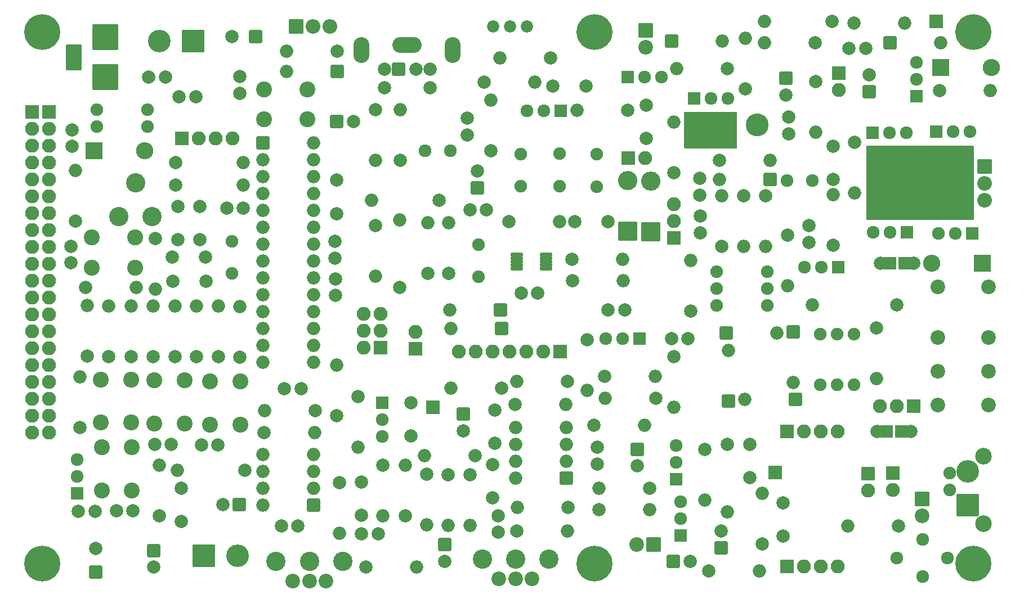
<source format=gbr>
%TF.GenerationSoftware,KiCad,Pcbnew,(6.0.11)*%
%TF.CreationDate,2023-03-05T13:43:02-06:00*%
%TF.ProjectId,RFBitBanger,52464269-7442-4616-9e67-65722e6b6963,rev?*%
%TF.SameCoordinates,Original*%
%TF.FileFunction,Soldermask,Top*%
%TF.FilePolarity,Negative*%
%FSLAX46Y46*%
G04 Gerber Fmt 4.6, Leading zero omitted, Abs format (unit mm)*
G04 Created by KiCad (PCBNEW (6.0.11)) date 2023-03-05 13:43:02*
%MOMM*%
%LPD*%
G01*
G04 APERTURE LIST*
G04 Aperture macros list*
%AMRoundRect*
0 Rectangle with rounded corners*
0 $1 Rounding radius*
0 $2 $3 $4 $5 $6 $7 $8 $9 X,Y pos of 4 corners*
0 Add a 4 corners polygon primitive as box body*
4,1,4,$2,$3,$4,$5,$6,$7,$8,$9,$2,$3,0*
0 Add four circle primitives for the rounded corners*
1,1,$1+$1,$2,$3*
1,1,$1+$1,$4,$5*
1,1,$1+$1,$6,$7*
1,1,$1+$1,$8,$9*
0 Add four rect primitives between the rounded corners*
20,1,$1+$1,$2,$3,$4,$5,0*
20,1,$1+$1,$4,$5,$6,$7,0*
20,1,$1+$1,$6,$7,$8,$9,0*
20,1,$1+$1,$8,$9,$2,$3,0*%
G04 Aperture macros list end*
%ADD10C,2.000000*%
%ADD11RoundRect,0.200000X0.762000X0.762000X-0.762000X0.762000X-0.762000X-0.762000X0.762000X-0.762000X0*%
%ADD12RoundRect,0.200000X-0.800000X-0.800000X0.800000X-0.800000X0.800000X0.800000X-0.800000X0.800000X0*%
%ADD13RoundRect,0.200000X0.800000X-0.800000X0.800000X0.800000X-0.800000X0.800000X-0.800000X-0.800000X0*%
%ADD14RoundRect,0.200000X0.800000X0.800000X-0.800000X0.800000X-0.800000X-0.800000X0.800000X-0.800000X0*%
%ADD15RoundRect,0.200000X-0.800000X0.800000X-0.800000X-0.800000X0.800000X-0.800000X0.800000X0.800000X0*%
%ADD16RoundRect,0.200000X-1.100000X-1.100000X1.100000X-1.100000X1.100000X1.100000X-1.100000X1.100000X0*%
%ADD17O,2.600000X2.600000*%
%ADD18O,2.000000X2.000000*%
%ADD19RoundRect,0.200000X0.900000X0.900000X-0.900000X0.900000X-0.900000X-0.900000X0.900000X-0.900000X0*%
%ADD20C,2.200000*%
%ADD21RoundRect,0.200000X1.250000X-1.250000X1.250000X1.250000X-1.250000X1.250000X-1.250000X-1.250000X0*%
%ADD22O,2.900000X2.900000*%
%ADD23RoundRect,0.200000X1.500000X1.500000X-1.500000X1.500000X-1.500000X-1.500000X1.500000X-1.500000X0*%
%ADD24C,3.400000*%
%ADD25RoundRect,0.200000X-1.750000X1.750000X-1.750000X-1.750000X1.750000X-1.750000X1.750000X1.750000X0*%
%ADD26RoundRect,0.200000X-1.000000X1.750000X-1.000000X-1.750000X1.000000X-1.750000X1.000000X1.750000X0*%
%ADD27RoundRect,0.200000X0.850000X-0.850000X0.850000X0.850000X-0.850000X0.850000X-0.850000X-0.850000X0*%
%ADD28O,2.100000X2.100000*%
%ADD29RoundRect,0.200000X-1.500000X-1.500000X1.500000X-1.500000X1.500000X1.500000X-1.500000X1.500000X0*%
%ADD30RoundRect,0.200000X0.760000X0.760000X-0.760000X0.760000X-0.760000X-0.760000X0.760000X-0.760000X0*%
%ADD31C,1.920000*%
%ADD32RoundRect,0.200000X-0.760000X0.760000X-0.760000X-0.760000X0.760000X-0.760000X0.760000X0.760000X0*%
%ADD33RoundRect,0.200000X0.760000X-0.760000X0.760000X0.760000X-0.760000X0.760000X-0.760000X-0.760000X0*%
%ADD34RoundRect,0.200000X-0.760000X-0.760000X0.760000X-0.760000X0.760000X0.760000X-0.760000X0.760000X0*%
%ADD35C,2.400000*%
%ADD36RoundRect,0.200000X-0.900000X-0.900000X0.900000X-0.900000X0.900000X0.900000X-0.900000X0.900000X0*%
%ADD37O,2.200000X2.200000*%
%ADD38C,1.900000*%
%ADD39RoundRect,0.200000X0.850000X0.850000X-0.850000X0.850000X-0.850000X-0.850000X0.850000X-0.850000X0*%
%ADD40C,2.900000*%
%ADD41RoundRect,0.200000X-0.850000X-0.850000X0.850000X-0.850000X0.850000X0.850000X-0.850000X0.850000X0*%
%ADD42RoundRect,0.200000X-0.700000X-0.150000X0.700000X-0.150000X0.700000X0.150000X-0.700000X0.150000X0*%
%ADD43C,2.500000*%
%ADD44RoundRect,0.200000X1.500000X-1.500000X1.500000X1.500000X-1.500000X1.500000X-1.500000X-1.500000X0*%
%ADD45C,1.924000*%
%ADD46RoundRect,0.200000X-0.900000X0.900000X-0.900000X-0.900000X0.900000X-0.900000X0.900000X0.900000X0*%
%ADD47RoundRect,0.200000X-0.850000X0.850000X-0.850000X-0.850000X0.850000X-0.850000X0.850000X0.850000X0*%
%ADD48O,2.400000X3.900000*%
%ADD49O,4.400000X2.400000*%
%ADD50C,3.448000*%
%ADD51C,1.840000*%
%ADD52C,5.400000*%
%ADD53RoundRect,0.200000X1.100000X1.100000X-1.100000X1.100000X-1.100000X-1.100000X1.100000X-1.100000X0*%
G04 APERTURE END LIST*
D10*
%TO.C,C26*%
X176080000Y-120620000D03*
D11*
X174680000Y-120620000D03*
D10*
X171080000Y-120620000D03*
D11*
X172480000Y-120620000D03*
%TD*%
D10*
%TO.C,C32*%
X176560000Y-95330000D03*
D11*
X175160000Y-95330000D03*
D10*
X171560000Y-95330000D03*
D11*
X172960000Y-95330000D03*
%TD*%
D10*
%TO.C,C1*%
X89570000Y-97680000D03*
X89570000Y-100180000D03*
%TD*%
%TO.C,C2*%
X75185000Y-67215000D03*
X75185000Y-69715000D03*
%TD*%
%TO.C,C4*%
X69170000Y-86730000D03*
X69170000Y-91730000D03*
%TD*%
%TO.C,C5*%
X65880000Y-86730000D03*
X65880000Y-91730000D03*
%TD*%
D12*
%TO.C,C6*%
X89795000Y-73985000D03*
D10*
X92295000Y-73985000D03*
%TD*%
%TO.C,C8*%
X65045000Y-94405000D03*
X70045000Y-94405000D03*
%TD*%
%TO.C,C9*%
X65085000Y-98065000D03*
X70085000Y-98065000D03*
%TD*%
%TO.C,C10*%
X69430000Y-122690000D03*
X71930000Y-122690000D03*
%TD*%
%TO.C,C11*%
X62400000Y-122550000D03*
X64900000Y-122550000D03*
%TD*%
D13*
%TO.C,C12*%
X110890000Y-83960000D03*
D10*
X110890000Y-81460000D03*
%TD*%
%TO.C,C13*%
X112320000Y-87280000D03*
X109820000Y-87280000D03*
%TD*%
D14*
%TO.C,C15*%
X75120000Y-131650000D03*
D10*
X72620000Y-131650000D03*
%TD*%
%TO.C,C16*%
X56630000Y-132600000D03*
X59130000Y-132600000D03*
%TD*%
%TO.C,C17*%
X50930000Y-132660000D03*
X53430000Y-132660000D03*
%TD*%
D15*
%TO.C,C19*%
X62280000Y-138550000D03*
D10*
X62280000Y-141050000D03*
%TD*%
%TO.C,C20*%
X160770000Y-89660000D03*
X160770000Y-92160000D03*
%TD*%
%TO.C,C21*%
X127265000Y-68645000D03*
X122265000Y-68645000D03*
%TD*%
%TO.C,C22*%
X136370000Y-71530000D03*
X136370000Y-76530000D03*
%TD*%
%TO.C,C25*%
X114080000Y-133300000D03*
X114080000Y-135800000D03*
%TD*%
%TO.C,C33*%
X84430000Y-114200000D03*
X81930000Y-114200000D03*
%TD*%
%TO.C,C34*%
X93500000Y-136060000D03*
X96000000Y-136060000D03*
%TD*%
%TO.C,C35*%
X113230000Y-125650000D03*
X113230000Y-130650000D03*
%TD*%
D16*
%TO.C,D1*%
X53280000Y-78380000D03*
D17*
X60900000Y-78380000D03*
%TD*%
D14*
%TO.C,D2*%
X89860000Y-66410000D03*
D18*
X82240000Y-66410000D03*
%TD*%
D19*
%TO.C,D3*%
X137410000Y-137630000D03*
D20*
X134870000Y-137630000D03*
%TD*%
D21*
%TO.C,D4*%
X133500000Y-90530000D03*
D22*
X133500000Y-82910000D03*
%TD*%
D21*
%TO.C,D5*%
X137000000Y-90550000D03*
D22*
X137000000Y-82930000D03*
%TD*%
D23*
%TO.C,J1*%
X68195000Y-61835000D03*
D24*
X63115000Y-61835000D03*
%TD*%
D25*
%TO.C,J2*%
X54955000Y-67305000D03*
X54955000Y-61305000D03*
D26*
X50255000Y-64305000D03*
%TD*%
D27*
%TO.C,J5*%
X66500000Y-76500000D03*
D28*
X69040000Y-76500000D03*
X71580000Y-76500000D03*
X74120000Y-76500000D03*
%TD*%
D29*
%TO.C,J11*%
X69800000Y-139350000D03*
D24*
X74880000Y-139350000D03*
%TD*%
D10*
%TO.C,L1*%
X65560000Y-83520000D03*
D18*
X75720000Y-83520000D03*
%TD*%
D10*
%TO.C,L2*%
X65575000Y-80155000D03*
D18*
X75735000Y-80155000D03*
%TD*%
D10*
%TO.C,L3*%
X105140000Y-85860000D03*
D18*
X94980000Y-85860000D03*
%TD*%
D10*
%TO.C,L9*%
X99210000Y-98960000D03*
D18*
X99210000Y-88800000D03*
%TD*%
D30*
%TO.C,Q1*%
X141500000Y-136300000D03*
D31*
X141500000Y-133760000D03*
X141500000Y-131220000D03*
%TD*%
D32*
%TO.C,Q2*%
X123490000Y-72390000D03*
D31*
X120950000Y-72390000D03*
X118410000Y-72390000D03*
%TD*%
D33*
%TO.C,Q3*%
X170350000Y-75630000D03*
D31*
X172890000Y-75630000D03*
X175430000Y-75630000D03*
%TD*%
D34*
%TO.C,Q4*%
X96640000Y-116330000D03*
D31*
X96640000Y-118870000D03*
X96640000Y-121410000D03*
%TD*%
D35*
%TO.C,SW1*%
X85325000Y-69115000D03*
X78825000Y-69115000D03*
X85325000Y-73615000D03*
X78825000Y-73615000D03*
%TD*%
%TO.C,SW2*%
X75245000Y-119575000D03*
X75245000Y-113075000D03*
X70745000Y-119575000D03*
X70745000Y-113075000D03*
%TD*%
%TO.C,SW3*%
X58825000Y-119315000D03*
X58825000Y-112815000D03*
X54325000Y-112815000D03*
X54325000Y-119315000D03*
%TD*%
%TO.C,SW4*%
X58945000Y-122985000D03*
X58945000Y-129485000D03*
X54445000Y-129485000D03*
X54445000Y-122985000D03*
%TD*%
%TO.C,SW5*%
X66865000Y-119425000D03*
X66865000Y-112925000D03*
X62365000Y-119425000D03*
X62365000Y-112925000D03*
%TD*%
D36*
%TO.C,U2*%
X83670000Y-59660000D03*
D37*
X86210000Y-59660000D03*
X88750000Y-59660000D03*
%TD*%
D38*
%TO.C,Y1*%
X74045000Y-91985000D03*
X74045000Y-96865000D03*
%TD*%
%TO.C,Y2*%
X117420000Y-78870000D03*
X117420000Y-83750000D03*
%TD*%
D12*
%TO.C,U1*%
X78675000Y-77165000D03*
D18*
X78675000Y-79705000D03*
X78675000Y-82245000D03*
X78675000Y-84785000D03*
X78675000Y-87325000D03*
X78675000Y-89865000D03*
X78675000Y-92405000D03*
X78675000Y-94945000D03*
X78675000Y-97485000D03*
X78675000Y-100025000D03*
X78675000Y-102565000D03*
X78675000Y-105105000D03*
X78675000Y-107645000D03*
X78675000Y-110185000D03*
X86295000Y-110185000D03*
X86295000Y-107645000D03*
X86295000Y-105105000D03*
X86295000Y-102565000D03*
X86295000Y-100025000D03*
X86295000Y-97485000D03*
X86295000Y-94945000D03*
X86295000Y-92405000D03*
X86295000Y-89865000D03*
X86295000Y-87325000D03*
X86295000Y-84785000D03*
X86295000Y-82245000D03*
X86295000Y-79705000D03*
X86295000Y-77165000D03*
%TD*%
D39*
%TO.C,J9*%
X96360000Y-108020000D03*
D28*
X93820000Y-108020000D03*
X96360000Y-105480000D03*
X93820000Y-105480000D03*
X96360000Y-102940000D03*
X93820000Y-102940000D03*
%TD*%
D10*
%TO.C,C37*%
X81450000Y-134840000D03*
X83950000Y-134840000D03*
%TD*%
D14*
%TO.C,U3*%
X86300000Y-131700000D03*
D18*
X86300000Y-129160000D03*
X86300000Y-126620000D03*
X86300000Y-124080000D03*
X78680000Y-124080000D03*
X78680000Y-126620000D03*
X78680000Y-129160000D03*
X78680000Y-131700000D03*
%TD*%
D14*
%TO.C,U4*%
X124300000Y-127650000D03*
D18*
X124300000Y-125110000D03*
X124300000Y-122570000D03*
X124300000Y-120030000D03*
X116680000Y-120030000D03*
X116680000Y-122570000D03*
X116680000Y-125110000D03*
X116680000Y-127650000D03*
%TD*%
D32*
%TO.C,Q5*%
X185340000Y-90830000D03*
D31*
X182800000Y-90830000D03*
X180260000Y-90830000D03*
%TD*%
D32*
%TO.C,Q6*%
X175560000Y-90680000D03*
D31*
X173020000Y-90680000D03*
X170480000Y-90680000D03*
%TD*%
D33*
%TO.C,Q7*%
X179960000Y-75520000D03*
D31*
X182500000Y-75520000D03*
X185040000Y-75520000D03*
%TD*%
D15*
%TO.C,C14*%
X157360000Y-67480000D03*
D10*
X157360000Y-69980000D03*
%TD*%
D40*
%TO.C,RV3*%
X57000000Y-88250000D03*
X59500000Y-83210000D03*
X62000000Y-88250000D03*
%TD*%
D10*
%TO.C,C42*%
X50010000Y-75210000D03*
X50010000Y-77710000D03*
%TD*%
D39*
%TO.C,JP3*%
X101610000Y-108200000D03*
D28*
X101610000Y-105660000D03*
%TD*%
D10*
%TO.C,R1*%
X89880000Y-63400000D03*
D18*
X82260000Y-63400000D03*
%TD*%
D10*
%TO.C,R2*%
X52020000Y-98940000D03*
D18*
X59640000Y-98940000D03*
%TD*%
D10*
%TO.C,R3*%
X65465000Y-109385000D03*
D18*
X65465000Y-101765000D03*
%TD*%
D10*
%TO.C,R4*%
X116860000Y-135600000D03*
D18*
X124480000Y-135600000D03*
%TD*%
D10*
%TO.C,R6*%
X75215000Y-109415000D03*
D18*
X75215000Y-101795000D03*
%TD*%
D10*
%TO.C,R7*%
X95610000Y-89600000D03*
D18*
X95610000Y-97220000D03*
%TD*%
D10*
%TO.C,R8*%
X148530000Y-66020000D03*
D18*
X140910000Y-66020000D03*
%TD*%
D10*
%TO.C,R9*%
X115710000Y-89080000D03*
D18*
X123330000Y-89080000D03*
%TD*%
D10*
%TO.C,R11*%
X63060000Y-133350000D03*
D18*
X63060000Y-125730000D03*
%TD*%
D10*
%TO.C,R12*%
X62165000Y-109355000D03*
D18*
X62165000Y-101735000D03*
%TD*%
D10*
%TO.C,R13*%
X55495000Y-109345000D03*
D18*
X55495000Y-101725000D03*
%TD*%
D10*
%TO.C,R14*%
X151260000Y-69090000D03*
D18*
X151260000Y-61470000D03*
%TD*%
D10*
%TO.C,R15*%
X112930000Y-78400000D03*
D18*
X112930000Y-70780000D03*
%TD*%
D10*
%TO.C,R16*%
X111980000Y-68060000D03*
D18*
X119600000Y-68060000D03*
%TD*%
D10*
%TO.C,R17*%
X133530000Y-72250000D03*
D18*
X125910000Y-72250000D03*
%TD*%
D10*
%TO.C,R18*%
X124500000Y-113130000D03*
D18*
X116880000Y-113130000D03*
%TD*%
D10*
%TO.C,R19*%
X114530000Y-114130000D03*
D18*
X106910000Y-114130000D03*
%TD*%
D10*
%TO.C,R20*%
X147690000Y-92760000D03*
D18*
X147690000Y-85140000D03*
%TD*%
D10*
%TO.C,R21*%
X153770000Y-137580000D03*
D18*
X153770000Y-129960000D03*
%TD*%
D10*
%TO.C,R23*%
X109840000Y-127140000D03*
D18*
X109840000Y-134760000D03*
%TD*%
D10*
%TO.C,R26*%
X110570000Y-124240000D03*
D18*
X102950000Y-124240000D03*
%TD*%
D10*
%TO.C,R27*%
X106510000Y-127150000D03*
D18*
X106510000Y-134770000D03*
%TD*%
D10*
%TO.C,R29*%
X71955000Y-109365000D03*
D18*
X71955000Y-101745000D03*
%TD*%
D10*
%TO.C,R30*%
X86530000Y-117460000D03*
D18*
X78910000Y-117460000D03*
%TD*%
D10*
%TO.C,R31*%
X90220000Y-128320000D03*
D18*
X90220000Y-135940000D03*
%TD*%
D10*
%TO.C,R32*%
X100090000Y-133350000D03*
D18*
X100090000Y-125730000D03*
%TD*%
D10*
%TO.C,R33*%
X68675000Y-109385000D03*
D18*
X68675000Y-101765000D03*
%TD*%
D10*
%TO.C,R34*%
X96740000Y-125690000D03*
D18*
X96740000Y-133310000D03*
%TD*%
D10*
%TO.C,R36*%
X103270000Y-127100000D03*
D18*
X103270000Y-134720000D03*
%TD*%
D10*
%TO.C,R37*%
X94160000Y-141010000D03*
D18*
X101780000Y-141010000D03*
%TD*%
D10*
%TO.C,R46*%
X52275000Y-109325000D03*
D18*
X52275000Y-101705000D03*
%TD*%
D10*
%TO.C,R47*%
X58825000Y-109345000D03*
D18*
X58825000Y-101725000D03*
%TD*%
D10*
%TO.C,R24*%
X93020000Y-115380000D03*
D18*
X93020000Y-123000000D03*
%TD*%
D10*
%TO.C,C44*%
X68585000Y-70295000D03*
X66085000Y-70295000D03*
%TD*%
D41*
%TO.C,JP4*%
X169660000Y-126990000D03*
D28*
X169660000Y-129530000D03*
%TD*%
D10*
%TO.C,C47*%
X120010000Y-99770000D03*
X117510000Y-99770000D03*
%TD*%
D14*
%TO.C,D10*%
X114440000Y-102370000D03*
D18*
X106820000Y-102370000D03*
%TD*%
D14*
%TO.C,D14*%
X114530000Y-105110000D03*
D18*
X106910000Y-105110000D03*
%TD*%
D39*
%TO.C,JP5*%
X140475000Y-91525000D03*
D28*
X140475000Y-88985000D03*
X140475000Y-86445000D03*
%TD*%
D10*
%TO.C,R35*%
X106600000Y-96850000D03*
D18*
X106600000Y-89230000D03*
%TD*%
D10*
%TO.C,R48*%
X103440000Y-96850000D03*
D18*
X103440000Y-89230000D03*
%TD*%
D10*
%TO.C,R49*%
X125120000Y-94680000D03*
D18*
X132740000Y-94680000D03*
%TD*%
D10*
%TO.C,R50*%
X125200000Y-97920000D03*
D18*
X132820000Y-97920000D03*
%TD*%
D42*
%TO.C,U6*%
X116830000Y-94040000D03*
X116830000Y-94540000D03*
X116830000Y-95040000D03*
X116830000Y-95540000D03*
X116830000Y-96040000D03*
X121230000Y-96040000D03*
X121230000Y-95540000D03*
X121230000Y-95040000D03*
X121230000Y-94540000D03*
X121230000Y-94040000D03*
%TD*%
D38*
%TO.C,Y3*%
X111060000Y-92480000D03*
X111060000Y-97360000D03*
%TD*%
D43*
%TO.C,J12*%
X187025000Y-134505000D03*
X187025000Y-124345000D03*
D38*
X181945000Y-129425000D03*
D44*
X184673000Y-131711000D03*
D38*
X181945000Y-126885000D03*
D24*
X184673000Y-126631000D03*
%TD*%
D20*
%TO.C,RLY1*%
X187775000Y-98845000D03*
X187775000Y-106465000D03*
X187775000Y-111545000D03*
X187775000Y-116625000D03*
X180175000Y-98845000D03*
X180175000Y-106465000D03*
X180175000Y-111545000D03*
X180175000Y-116625000D03*
%TD*%
D10*
%TO.C,C30*%
X140130000Y-106640000D03*
X142630000Y-106640000D03*
%TD*%
D15*
%TO.C,D9*%
X158450000Y-105625000D03*
D18*
X158450000Y-113245000D03*
%TD*%
D12*
%TO.C,D11*%
X148325000Y-105800000D03*
D18*
X155945000Y-105800000D03*
%TD*%
D14*
%TO.C,D12*%
X158800000Y-115775000D03*
D18*
X151180000Y-115775000D03*
%TD*%
D13*
%TO.C,D13*%
X148675000Y-116050000D03*
D18*
X148675000Y-108430000D03*
%TD*%
D10*
%TO.C,R5*%
X140470000Y-109350000D03*
D18*
X140470000Y-116970000D03*
%TD*%
D10*
%TO.C,R22*%
X145740000Y-141600000D03*
D18*
X153360000Y-141600000D03*
%TD*%
D10*
%TO.C,R25*%
X170920000Y-105050000D03*
D18*
X170920000Y-112670000D03*
%TD*%
D13*
%TO.C,C36*%
X169875000Y-69455000D03*
D10*
X169875000Y-66955000D03*
%TD*%
D33*
%TO.C,Q8*%
X143530000Y-70490000D03*
D31*
X146070000Y-70490000D03*
X148610000Y-70490000D03*
%TD*%
D10*
%TO.C,R38*%
X167585000Y-59145000D03*
D18*
X175205000Y-59145000D03*
%TD*%
D10*
%TO.C,R39*%
X180435000Y-69295000D03*
D18*
X188055000Y-69295000D03*
%TD*%
D41*
%TO.C,JP1*%
X165265000Y-66695000D03*
D28*
X165265000Y-69235000D03*
%TD*%
D15*
%TO.C,C39*%
X105990000Y-137650000D03*
D10*
X105990000Y-140150000D03*
%TD*%
D15*
%TO.C,C40*%
X108850000Y-118040000D03*
D10*
X108850000Y-120540000D03*
%TD*%
D41*
%TO.C,JP2*%
X173430000Y-126910000D03*
D28*
X173430000Y-129450000D03*
%TD*%
D45*
%TO.C,T3*%
X174000000Y-139700000D03*
X181620000Y-139700000D03*
X177873500Y-142494000D03*
X177873500Y-136906000D03*
%TD*%
D46*
%TO.C,D16*%
X177810000Y-130820000D03*
D20*
X177810000Y-133360000D03*
%TD*%
D10*
%TO.C,R28*%
X174230000Y-134840000D03*
D18*
X166610000Y-134840000D03*
%TD*%
D14*
%TO.C,D17*%
X154960000Y-82730000D03*
D18*
X147340000Y-82730000D03*
%TD*%
D32*
%TO.C,Q9*%
X165240000Y-95940000D03*
D31*
X162700000Y-95940000D03*
X160160000Y-95940000D03*
%TD*%
D10*
%TO.C,C46*%
X109440000Y-73480000D03*
X109440000Y-75980000D03*
%TD*%
%TO.C,R51*%
X164440000Y-92580000D03*
D18*
X164440000Y-84960000D03*
%TD*%
D10*
%TO.C,R52*%
X150960000Y-85130000D03*
D18*
X150960000Y-92750000D03*
%TD*%
D10*
%TO.C,C24*%
X157780000Y-73340000D03*
X157780000Y-75840000D03*
%TD*%
%TO.C,R53*%
X154260000Y-85130000D03*
D18*
X154260000Y-92750000D03*
%TD*%
D13*
%TO.C,C49*%
X147630000Y-138140000D03*
D10*
X147630000Y-135640000D03*
%TD*%
D12*
%TO.C,C50*%
X140400000Y-140200000D03*
D10*
X142900000Y-140200000D03*
%TD*%
%TO.C,C51*%
X144420000Y-88230000D03*
X144420000Y-90730000D03*
%TD*%
D15*
%TO.C,C52*%
X134990000Y-123330000D03*
D10*
X134990000Y-125830000D03*
%TD*%
%TO.C,C54*%
X128930000Y-125500000D03*
X128930000Y-123000000D03*
%TD*%
%TO.C,C55*%
X133080000Y-102340000D03*
X130580000Y-102340000D03*
%TD*%
%TO.C,C56*%
X144370000Y-82530000D03*
X144370000Y-85030000D03*
%TD*%
D47*
%TO.C,JP7*%
X176560000Y-116780000D03*
D28*
X174020000Y-116780000D03*
X171480000Y-116780000D03*
%TD*%
D10*
%TO.C,L5*%
X148500000Y-122540000D03*
D18*
X148500000Y-132700000D03*
%TD*%
D32*
%TO.C,Q10*%
X135300000Y-106675000D03*
D31*
X132760000Y-106675000D03*
X130220000Y-106675000D03*
%TD*%
D30*
%TO.C,Q11*%
X140800000Y-127800000D03*
D31*
X140800000Y-125260000D03*
X140800000Y-122720000D03*
%TD*%
D33*
%TO.C,Q12*%
X133550000Y-67310000D03*
D31*
X136090000Y-67310000D03*
X138630000Y-67310000D03*
%TD*%
D30*
%TO.C,Q13*%
X176995000Y-70155000D03*
D31*
X176995000Y-67615000D03*
X176995000Y-65075000D03*
%TD*%
D10*
%TO.C,R54*%
X143000000Y-102500000D03*
D18*
X143000000Y-94880000D03*
%TD*%
D10*
%TO.C,R55*%
X127460000Y-106870000D03*
D18*
X127460000Y-114490000D03*
%TD*%
D10*
%TO.C,R56*%
X137730000Y-115670000D03*
D18*
X130110000Y-115670000D03*
%TD*%
D10*
%TO.C,R57*%
X145120000Y-123330000D03*
D18*
X145120000Y-130950000D03*
%TD*%
D10*
%TO.C,R58*%
X129190000Y-132440000D03*
D18*
X136810000Y-132440000D03*
%TD*%
D10*
%TO.C,R59*%
X130070000Y-112320000D03*
D18*
X137690000Y-112320000D03*
%TD*%
D10*
%TO.C,R60*%
X136820000Y-129170000D03*
D18*
X129200000Y-129170000D03*
%TD*%
D10*
%TO.C,R61*%
X128440000Y-119670000D03*
D18*
X136060000Y-119670000D03*
%TD*%
D10*
%TO.C,R62*%
X116575000Y-116600000D03*
D18*
X124195000Y-116600000D03*
%TD*%
D10*
%TO.C,R63*%
X124570000Y-132100000D03*
D18*
X116950000Y-132100000D03*
%TD*%
D10*
%TO.C,R65*%
X121920000Y-64370000D03*
D18*
X114300000Y-64370000D03*
%TD*%
D10*
%TO.C,R66*%
X157580000Y-91090000D03*
D18*
X157580000Y-98710000D03*
%TD*%
D10*
%TO.C,R67*%
X147330000Y-79800000D03*
D18*
X154950000Y-79800000D03*
%TD*%
D10*
%TO.C,R68*%
X140455000Y-81645000D03*
D18*
X140455000Y-74025000D03*
%TD*%
D38*
%TO.C,Y4*%
X123250000Y-78830000D03*
X123250000Y-83710000D03*
%TD*%
D14*
%TO.C,P1*%
X99075000Y-66075000D03*
D10*
X101675000Y-66075000D03*
X96975000Y-66075000D03*
X103775000Y-66075000D03*
X96975000Y-68875000D03*
X103775000Y-68875000D03*
D48*
X93525000Y-63225000D03*
X107225000Y-63225000D03*
D49*
X100375000Y-62425000D03*
%TD*%
D10*
%TO.C,R64*%
X95570000Y-72240000D03*
D18*
X95570000Y-79860000D03*
%TD*%
D10*
%TO.C,R70*%
X99300000Y-79840000D03*
D18*
X99300000Y-72220000D03*
%TD*%
D10*
%TO.C,C43*%
X156930000Y-131410000D03*
X156930000Y-136410000D03*
%TD*%
D50*
%TO.C,J8*%
X153000000Y-74500000D03*
%TD*%
%TO.C,J13*%
X177600000Y-83200000D03*
%TD*%
D46*
%TO.C,D19*%
X136260000Y-60290000D03*
D20*
X136260000Y-62830000D03*
%TD*%
D10*
%TO.C,R71*%
X161740000Y-62140000D03*
D18*
X154120000Y-62140000D03*
%TD*%
D30*
%TO.C,Q14*%
X50720000Y-129920000D03*
D31*
X50720000Y-127380000D03*
X50720000Y-124840000D03*
%TD*%
D10*
%TO.C,R72*%
X51165000Y-120055000D03*
D18*
X51165000Y-112435000D03*
%TD*%
D10*
%TO.C,C38*%
X166835000Y-63005000D03*
X169335000Y-63005000D03*
%TD*%
%TO.C,R73*%
X161810000Y-67930000D03*
D18*
X161810000Y-75550000D03*
%TD*%
D51*
%TO.C,RV4*%
X113320000Y-59680000D03*
X115860000Y-59680000D03*
X118400000Y-59680000D03*
%TD*%
D10*
%TO.C,R74*%
X167640000Y-77110000D03*
D18*
X167640000Y-84730000D03*
%TD*%
D10*
%TO.C,L11*%
X164290000Y-58870000D03*
D18*
X154130000Y-58870000D03*
%TD*%
D52*
%TO.C,J3*%
X45500000Y-60500000D03*
%TD*%
%TO.C,J4*%
X185500000Y-60500000D03*
%TD*%
%TO.C,J6*%
X185500000Y-140500000D03*
%TD*%
%TO.C,J7*%
X45500000Y-140500000D03*
%TD*%
D10*
%TO.C,C41*%
X66370000Y-129190000D03*
X66370000Y-134190000D03*
%TD*%
%TO.C,C58*%
X63985000Y-67305000D03*
X61485000Y-67305000D03*
%TD*%
D38*
%TO.C,T4*%
X53690000Y-72230000D03*
X61310000Y-72230000D03*
X53690000Y-74770000D03*
X61310000Y-74770000D03*
%TD*%
%TO.C,Y5*%
X128890000Y-78910000D03*
X128890000Y-83790000D03*
%TD*%
D10*
%TO.C,C27*%
X151940000Y-127560000D03*
X151940000Y-122560000D03*
%TD*%
D53*
%TO.C,D6*%
X186880000Y-95330000D03*
D17*
X179260000Y-95330000D03*
%TD*%
D10*
%TO.C,C59*%
X75710000Y-87050000D03*
X73210000Y-87050000D03*
%TD*%
%TO.C,R76*%
X89730000Y-118300000D03*
D18*
X89730000Y-110680000D03*
%TD*%
D10*
%TO.C,R41*%
X173990000Y-101600000D03*
D18*
X161290000Y-101600000D03*
%TD*%
D10*
%TO.C,C7*%
X89725000Y-82825000D03*
X89725000Y-87825000D03*
%TD*%
%TO.C,L10*%
X76000000Y-126490000D03*
D18*
X65840000Y-126490000D03*
%TD*%
D41*
%TO.C,J14*%
X104220000Y-116960000D03*
%TD*%
%TO.C,J15*%
X155710000Y-126800000D03*
%TD*%
%TO.C,J16*%
X179900000Y-58900000D03*
%TD*%
D14*
%TO.C,C3*%
X77530000Y-61230000D03*
D10*
X74030000Y-61230000D03*
%TD*%
D45*
%TO.C,L4*%
X103035000Y-78340000D03*
X106845000Y-78340000D03*
%TD*%
%TO.C,L6*%
X157525000Y-82900000D03*
X161335000Y-82900000D03*
%TD*%
D38*
%TO.C,T1*%
X154545000Y-96565000D03*
X146925000Y-96565000D03*
X154545000Y-99105000D03*
X146925000Y-99105000D03*
X154545000Y-101645000D03*
X146925000Y-101645000D03*
%TD*%
%TO.C,T2*%
X167560000Y-113580000D03*
X167560000Y-105960000D03*
X165020000Y-113580000D03*
X165020000Y-105960000D03*
X162480000Y-113580000D03*
X162480000Y-105960000D03*
%TD*%
D46*
%TO.C,Q15*%
X187210000Y-80770000D03*
D37*
X187210000Y-83310000D03*
X187210000Y-85850000D03*
%TD*%
D10*
%TO.C,C57*%
X89510000Y-94510000D03*
X89510000Y-92010000D03*
%TD*%
%TO.C,C45*%
X113580000Y-117380000D03*
X113580000Y-122380000D03*
%TD*%
%TO.C,C18*%
X100950000Y-121330000D03*
X100950000Y-116330000D03*
%TD*%
%TO.C,C60*%
X93460000Y-133270000D03*
X93460000Y-128270000D03*
%TD*%
%TO.C,R10*%
X78870000Y-120780000D03*
D18*
X86490000Y-120780000D03*
%TD*%
D27*
%TO.C,JP8*%
X133660000Y-79450000D03*
D28*
X136200000Y-79450000D03*
%TD*%
D52*
%TO.C,J20*%
X128500000Y-60500000D03*
%TD*%
%TO.C,J21*%
X128500000Y-140500000D03*
%TD*%
D12*
%TO.C,D15*%
X172975000Y-62105000D03*
D18*
X180595000Y-62105000D03*
%TD*%
D12*
%TO.C,D18*%
X140170000Y-61850000D03*
D18*
X147790000Y-61850000D03*
%TD*%
D20*
%TO.C,RV1*%
X88160000Y-143190000D03*
D40*
X90660000Y-140190000D03*
D20*
X85660000Y-143190000D03*
D40*
X85660000Y-140190000D03*
D20*
X83160000Y-143190000D03*
D40*
X80660000Y-140190000D03*
%TD*%
%TO.C,RV2*%
X121660000Y-139840000D03*
D20*
X119160000Y-142840000D03*
D40*
X116660000Y-139840000D03*
D20*
X116660000Y-142840000D03*
X114160000Y-142840000D03*
D40*
X111660000Y-139840000D03*
%TD*%
D41*
%TO.C,U5*%
X46500000Y-72500000D03*
D28*
X46500000Y-75040000D03*
X46500000Y-77580000D03*
X46500000Y-80120000D03*
X46500000Y-82660000D03*
X46500000Y-85200000D03*
X46500000Y-87740000D03*
X46500000Y-90280000D03*
X46500000Y-92820000D03*
X46500000Y-95360000D03*
X46500000Y-97900000D03*
X46500000Y-100440000D03*
X46500000Y-102980000D03*
X46500000Y-105520000D03*
X46500000Y-108060000D03*
X46500000Y-110600000D03*
X46500000Y-113140000D03*
X46500000Y-115680000D03*
X46500000Y-118220000D03*
X46500000Y-120760000D03*
%TD*%
D10*
%TO.C,C48*%
X125600000Y-89060000D03*
X130600000Y-89060000D03*
%TD*%
D16*
%TO.C,D8*%
X180605000Y-65885000D03*
D17*
X188225000Y-65885000D03*
%TD*%
D47*
%TO.C,J10*%
X123380000Y-108630000D03*
D28*
X120840000Y-108630000D03*
X118300000Y-108630000D03*
X115760000Y-108630000D03*
X113220000Y-108630000D03*
X110680000Y-108630000D03*
X108140000Y-108630000D03*
%TD*%
D10*
%TO.C,C61*%
X49840000Y-95260000D03*
X49840000Y-92760000D03*
%TD*%
%TO.C,R40*%
X50490000Y-88990000D03*
D18*
X50490000Y-81370000D03*
%TD*%
D10*
%TO.C,R75*%
X62480000Y-91600000D03*
D18*
X62480000Y-99220000D03*
%TD*%
D35*
%TO.C,SW6*%
X52910000Y-91460000D03*
X59410000Y-91460000D03*
X59410000Y-95960000D03*
X52910000Y-95960000D03*
%TD*%
D13*
%TO.C,C53*%
X53560000Y-141770000D03*
D10*
X53560000Y-138270000D03*
%TD*%
D41*
%TO.C,J19*%
X43960000Y-72500000D03*
D28*
X43960000Y-75040000D03*
X43960000Y-77580000D03*
X43960000Y-80120000D03*
X43960000Y-82660000D03*
X43960000Y-85200000D03*
X43960000Y-87740000D03*
X43960000Y-90280000D03*
X43960000Y-92820000D03*
X43960000Y-95360000D03*
X43960000Y-97900000D03*
X43960000Y-100440000D03*
X43960000Y-102980000D03*
X43960000Y-105520000D03*
X43960000Y-108060000D03*
X43960000Y-110600000D03*
X43960000Y-113140000D03*
X43960000Y-115680000D03*
X43960000Y-118220000D03*
X43960000Y-120760000D03*
%TD*%
D27*
%TO.C,J17*%
X157480000Y-120650000D03*
D28*
X160020000Y-120650000D03*
X162560000Y-120650000D03*
X165100000Y-120650000D03*
%TD*%
D27*
%TO.C,J18*%
X157480000Y-140970000D03*
D28*
X160020000Y-140970000D03*
X162560000Y-140970000D03*
X165100000Y-140970000D03*
%TD*%
D10*
%TO.C,C23*%
X164400000Y-82680000D03*
X164400000Y-77680000D03*
%TD*%
G36*
X149942121Y-72520002D02*
G01*
X149988614Y-72573658D01*
X150000000Y-72626000D01*
X150000000Y-77874000D01*
X149979998Y-77942121D01*
X149926342Y-77988614D01*
X149874000Y-78000000D01*
X142126000Y-78000000D01*
X142057879Y-77979998D01*
X142011386Y-77926342D01*
X142000000Y-77874000D01*
X142000000Y-72626000D01*
X142020002Y-72557879D01*
X142073658Y-72511386D01*
X142126000Y-72500000D01*
X149874000Y-72500000D01*
X149942121Y-72520002D01*
G37*
G36*
X185542121Y-77620002D02*
G01*
X185588614Y-77673658D01*
X185600000Y-77726000D01*
X185600000Y-88674000D01*
X185579998Y-88742121D01*
X185526342Y-88788614D01*
X185474000Y-88800000D01*
X169526000Y-88800000D01*
X169457879Y-88779998D01*
X169411386Y-88726342D01*
X169400000Y-88674000D01*
X169400000Y-77726000D01*
X169420002Y-77657879D01*
X169473658Y-77611386D01*
X169526000Y-77600000D01*
X185474000Y-77600000D01*
X185542121Y-77620002D01*
G37*
M02*

</source>
